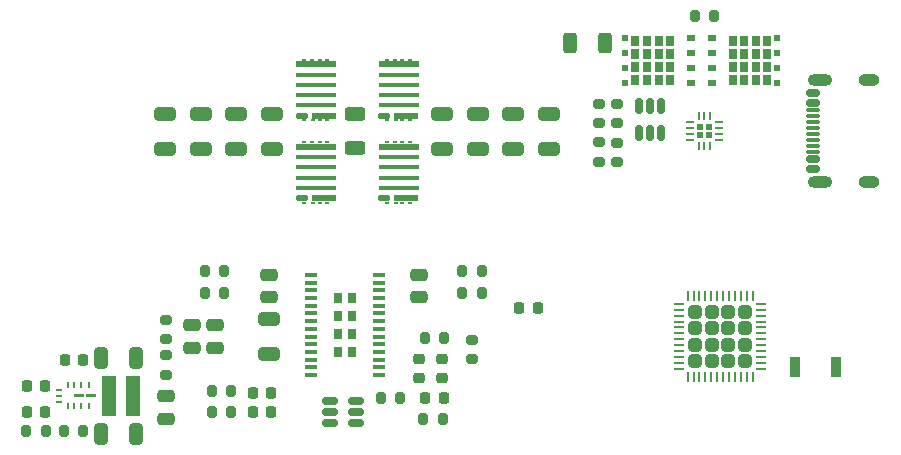
<source format=gbr>
%TF.GenerationSoftware,KiCad,Pcbnew,7.0.8*%
%TF.CreationDate,2024-04-29T11:53:12-04:00*%
%TF.ProjectId,PD Charger,50442043-6861-4726-9765-722e6b696361,rev?*%
%TF.SameCoordinates,Original*%
%TF.FileFunction,Paste,Top*%
%TF.FilePolarity,Positive*%
%FSLAX46Y46*%
G04 Gerber Fmt 4.6, Leading zero omitted, Abs format (unit mm)*
G04 Created by KiCad (PCBNEW 7.0.8) date 2024-04-29 11:53:12*
%MOMM*%
%LPD*%
G01*
G04 APERTURE LIST*
G04 Aperture macros list*
%AMRoundRect*
0 Rectangle with rounded corners*
0 $1 Rounding radius*
0 $2 $3 $4 $5 $6 $7 $8 $9 X,Y pos of 4 corners*
0 Add a 4 corners polygon primitive as box body*
4,1,4,$2,$3,$4,$5,$6,$7,$8,$9,$2,$3,0*
0 Add four circle primitives for the rounded corners*
1,1,$1+$1,$2,$3*
1,1,$1+$1,$4,$5*
1,1,$1+$1,$6,$7*
1,1,$1+$1,$8,$9*
0 Add four rect primitives between the rounded corners*
20,1,$1+$1,$2,$3,$4,$5,0*
20,1,$1+$1,$4,$5,$6,$7,0*
20,1,$1+$1,$6,$7,$8,$9,0*
20,1,$1+$1,$8,$9,$2,$3,0*%
G04 Aperture macros list end*
%ADD10R,0.900000X1.700000*%
%ADD11RoundRect,0.200000X-0.200000X-0.275000X0.200000X-0.275000X0.200000X0.275000X-0.200000X0.275000X0*%
%ADD12RoundRect,0.200000X0.200000X0.275000X-0.200000X0.275000X-0.200000X-0.275000X0.200000X-0.275000X0*%
%ADD13RoundRect,0.225000X-0.225000X-0.250000X0.225000X-0.250000X0.225000X0.250000X-0.225000X0.250000X0*%
%ADD14RoundRect,0.225000X0.225000X0.250000X-0.225000X0.250000X-0.225000X-0.250000X0.225000X-0.250000X0*%
%ADD15R,1.100000X0.400000*%
%ADD16R,0.720000X0.925500*%
%ADD17RoundRect,0.250000X0.475000X-0.250000X0.475000X0.250000X-0.475000X0.250000X-0.475000X-0.250000X0*%
%ADD18R,0.249999X0.599999*%
%ADD19R,0.599999X0.249999*%
%ADD20RoundRect,0.200000X0.275000X-0.200000X0.275000X0.200000X-0.275000X0.200000X-0.275000X-0.200000X0*%
%ADD21RoundRect,0.250000X-0.650000X0.325000X-0.650000X-0.325000X0.650000X-0.325000X0.650000X0.325000X0*%
%ADD22RoundRect,0.145000X-0.145000X0.145000X-0.145000X-0.145000X0.145000X-0.145000X0.145000X0.145000X0*%
%ADD23RoundRect,0.062500X-0.062500X0.275000X-0.062500X-0.275000X0.062500X-0.275000X0.062500X0.275000X0*%
%ADD24RoundRect,0.062500X-0.275000X0.062500X-0.275000X-0.062500X0.275000X-0.062500X0.275000X0.062500X0*%
%ADD25RoundRect,0.050000X1.650000X-0.135000X1.650000X0.135000X-1.650000X0.135000X-1.650000X-0.135000X0*%
%ADD26RoundRect,0.069853X1.630147X-0.167647X1.630147X0.167647X-1.630147X0.167647X-1.630147X-0.167647X0*%
%ADD27R,0.370000X0.290000*%
%ADD28RoundRect,0.050532X0.441968X-0.186968X0.441968X0.186968X-0.441968X0.186968X-0.441968X-0.186968X0*%
%ADD29RoundRect,0.050532X0.986968X-0.186968X0.986968X0.186968X-0.986968X0.186968X-0.986968X-0.186968X0*%
%ADD30RoundRect,0.250000X-0.625000X0.312500X-0.625000X-0.312500X0.625000X-0.312500X0.625000X0.312500X0*%
%ADD31RoundRect,0.200000X-0.275000X0.200000X-0.275000X-0.200000X0.275000X-0.200000X0.275000X0.200000X0*%
%ADD32RoundRect,0.250000X-0.315000X-0.315000X0.315000X-0.315000X0.315000X0.315000X-0.315000X0.315000X0*%
%ADD33RoundRect,0.062500X-0.375000X-0.062500X0.375000X-0.062500X0.375000X0.062500X-0.375000X0.062500X0*%
%ADD34RoundRect,0.062500X-0.062500X-0.375000X0.062500X-0.375000X0.062500X0.375000X-0.062500X0.375000X0*%
%ADD35RoundRect,0.150000X0.425000X-0.150000X0.425000X0.150000X-0.425000X0.150000X-0.425000X-0.150000X0*%
%ADD36RoundRect,0.075000X0.500000X-0.075000X0.500000X0.075000X-0.500000X0.075000X-0.500000X-0.075000X0*%
%ADD37O,2.100000X1.000000*%
%ADD38O,1.800000X1.000000*%
%ADD39RoundRect,0.225000X-0.250000X0.225000X-0.250000X-0.225000X0.250000X-0.225000X0.250000X0.225000X0*%
%ADD40RoundRect,0.150000X-0.150000X0.512500X-0.150000X-0.512500X0.150000X-0.512500X0.150000X0.512500X0*%
%ADD41RoundRect,0.250000X0.325000X0.650000X-0.325000X0.650000X-0.325000X-0.650000X0.325000X-0.650000X0*%
%ADD42RoundRect,0.250000X-0.475000X0.250000X-0.475000X-0.250000X0.475000X-0.250000X0.475000X0.250000X0*%
%ADD43R,0.780000X0.900000*%
%ADD44R,0.650000X0.500000*%
%ADD45R,0.550000X0.500000*%
%ADD46R,1.300000X3.400000*%
%ADD47RoundRect,0.150000X-0.512500X-0.150000X0.512500X-0.150000X0.512500X0.150000X-0.512500X0.150000X0*%
%ADD48RoundRect,0.250000X0.312500X0.625000X-0.312500X0.625000X-0.312500X-0.625000X0.312500X-0.625000X0*%
G04 APERTURE END LIST*
%TO.C,U2*%
G36*
X18835757Y-47275962D02*
G01*
X18845137Y-47278806D01*
X18853781Y-47283427D01*
X18861358Y-47289645D01*
X18867576Y-47297221D01*
X18872196Y-47305865D01*
X18875041Y-47315245D01*
X18876003Y-47325001D01*
X18876003Y-47474999D01*
X18875041Y-47484755D01*
X18872196Y-47494135D01*
X18867576Y-47502779D01*
X18861358Y-47510355D01*
X18853781Y-47516573D01*
X18845137Y-47521194D01*
X18835757Y-47524038D01*
X18826004Y-47524998D01*
X18114003Y-47524998D01*
X18104247Y-47524038D01*
X18094867Y-47521194D01*
X18086223Y-47516573D01*
X18078647Y-47510355D01*
X18072429Y-47502779D01*
X18067808Y-47494135D01*
X18064964Y-47484755D01*
X18064004Y-47474999D01*
X18064004Y-47325001D01*
X18064964Y-47315245D01*
X18067808Y-47305865D01*
X18072429Y-47297221D01*
X18078647Y-47289645D01*
X18086223Y-47283427D01*
X18094867Y-47278806D01*
X18104247Y-47275962D01*
X18114003Y-47275002D01*
X18826004Y-47275002D01*
X18835757Y-47275962D01*
G37*
G36*
X17820755Y-47275962D02*
G01*
X17830136Y-47278806D01*
X17838779Y-47283427D01*
X17846356Y-47289645D01*
X17852574Y-47297221D01*
X17857194Y-47305865D01*
X17860039Y-47315245D01*
X17860999Y-47325001D01*
X17860999Y-47474999D01*
X17860039Y-47484755D01*
X17857194Y-47494135D01*
X17852574Y-47502779D01*
X17846356Y-47510355D01*
X17838779Y-47516573D01*
X17830136Y-47521194D01*
X17820755Y-47524038D01*
X17810999Y-47524998D01*
X17098999Y-47524998D01*
X17089246Y-47524038D01*
X17079865Y-47521194D01*
X17071222Y-47516573D01*
X17063645Y-47510355D01*
X17057427Y-47502779D01*
X17052807Y-47494135D01*
X17049962Y-47484755D01*
X17048999Y-47474999D01*
X17048999Y-47325001D01*
X17049962Y-47315245D01*
X17052807Y-47305865D01*
X17057427Y-47297221D01*
X17063645Y-47289645D01*
X17071222Y-47283427D01*
X17079865Y-47278806D01*
X17089246Y-47275962D01*
X17098999Y-47275002D01*
X17810999Y-47275002D01*
X17820755Y-47275962D01*
G37*
%TD*%
D10*
%TO.C,SW1*%
X78100000Y-45000000D03*
X81500000Y-45000000D03*
%TD*%
D11*
%TO.C,R7*%
X28675000Y-47000000D03*
X30325000Y-47000000D03*
%TD*%
D12*
%TO.C,R21*%
X28675000Y-48800000D03*
X30325000Y-48800000D03*
%TD*%
D13*
%TO.C,C37*%
X54725000Y-40000000D03*
X56275000Y-40000000D03*
%TD*%
D14*
%TO.C,C32*%
X14575000Y-46600000D03*
X13025000Y-46600000D03*
%TD*%
D15*
%TO.C,U3*%
X37110000Y-37186250D03*
X37110000Y-37836250D03*
X37110000Y-38486250D03*
X37110000Y-39136250D03*
X37110000Y-39786250D03*
X37110000Y-40436250D03*
X37110000Y-41086250D03*
X37110000Y-41736250D03*
X37110000Y-42386250D03*
X37110000Y-43036250D03*
X37110000Y-43686250D03*
X37110000Y-44336250D03*
X37110000Y-44986250D03*
X37110000Y-45636250D03*
X42810000Y-45636250D03*
X42810000Y-44986250D03*
X42810000Y-44336250D03*
X42810000Y-43686250D03*
X42810000Y-43036250D03*
X42810000Y-42386250D03*
X42810000Y-41736250D03*
X42810000Y-41086250D03*
X42810000Y-40436250D03*
X42810000Y-39786250D03*
X42810000Y-39136250D03*
X42810000Y-38486250D03*
X42810000Y-37836250D03*
X42810000Y-37186250D03*
D16*
X39360000Y-39097500D03*
X39360000Y-40640000D03*
X39360000Y-42182500D03*
X39360000Y-43725000D03*
X40560000Y-39097500D03*
X40560000Y-40640000D03*
X40560000Y-42182500D03*
X40560000Y-43725000D03*
%TD*%
D17*
%TO.C,C4*%
X46275000Y-39050000D03*
X46275000Y-37150000D03*
%TD*%
D12*
%TO.C,R20*%
X14625000Y-50400000D03*
X12975000Y-50400000D03*
%TD*%
%TO.C,R1*%
X29765000Y-36830000D03*
X28115000Y-36830000D03*
%TD*%
D18*
%TO.C,U2*%
X18300000Y-46499999D03*
X17650001Y-46499999D03*
X17000000Y-46499999D03*
X16500001Y-46499999D03*
D19*
X15775001Y-46900001D03*
X15775001Y-47400000D03*
X15775001Y-47899999D03*
D18*
X16500001Y-48300001D03*
X17000000Y-48300001D03*
X17650001Y-48300001D03*
X18300000Y-48300001D03*
%TD*%
D20*
%TO.C,R11*%
X61500000Y-24325000D03*
X61500000Y-22675000D03*
%TD*%
D21*
%TO.C,C18*%
X57200000Y-23525000D03*
X57200000Y-26475000D03*
%TD*%
D22*
%TO.C,U1*%
X70765000Y-24640000D03*
X70045000Y-24640000D03*
X70765000Y-25360000D03*
X70045000Y-25360000D03*
D23*
X70905000Y-23737500D03*
X70405000Y-23737500D03*
X69905000Y-23737500D03*
D24*
X69142500Y-24250000D03*
X69142500Y-24750000D03*
X69142500Y-25250000D03*
X69142500Y-25750000D03*
D23*
X69905000Y-26262500D03*
X70405000Y-26262500D03*
X70905000Y-26262500D03*
D24*
X71667500Y-25750000D03*
X71667500Y-25250000D03*
X71667500Y-24750000D03*
X71667500Y-24250000D03*
%TD*%
D21*
%TO.C,C21*%
X48200000Y-23525000D03*
X48200000Y-26475000D03*
%TD*%
D11*
%TO.C,R3*%
X49895000Y-36830000D03*
X51545000Y-36830000D03*
%TD*%
D21*
%TO.C,C14*%
X33750000Y-23525000D03*
X33750000Y-26475000D03*
%TD*%
%TO.C,C16*%
X27750000Y-23525000D03*
X27750000Y-26475000D03*
%TD*%
D25*
%TO.C,Q1*%
X37500000Y-29775000D03*
X37500000Y-28075000D03*
D26*
X37500000Y-26325000D03*
D27*
X36525000Y-25945000D03*
X37175000Y-25945000D03*
X37825000Y-25945000D03*
X38475000Y-25945000D03*
X36525000Y-31055000D03*
D28*
X36293000Y-30675000D03*
D27*
X37275000Y-31055000D03*
X37825000Y-31055000D03*
X38475000Y-31055000D03*
D29*
X38163000Y-30675000D03*
D25*
X37500000Y-28925000D03*
X37500000Y-27225000D03*
%TD*%
D12*
%TO.C,R13*%
X71230000Y-15240000D03*
X69580000Y-15240000D03*
%TD*%
D14*
%TO.C,C6*%
X33715000Y-47190000D03*
X32165000Y-47190000D03*
%TD*%
D30*
%TO.C,R5*%
X40800000Y-23537500D03*
X40800000Y-26462500D03*
%TD*%
D12*
%TO.C,R2*%
X29765000Y-38735000D03*
X28115000Y-38735000D03*
%TD*%
D31*
%TO.C,R14*%
X63000000Y-22675000D03*
X63000000Y-24325000D03*
%TD*%
D12*
%TO.C,R19*%
X17825000Y-50400000D03*
X16175000Y-50400000D03*
%TD*%
D32*
%TO.C,U4*%
X69625000Y-40270000D03*
X69625000Y-41670000D03*
X69625000Y-43070000D03*
X69625000Y-44470000D03*
X71025000Y-40270000D03*
X71025000Y-41670000D03*
X71025000Y-43070000D03*
X71025000Y-44470000D03*
X72425000Y-40270000D03*
X72425000Y-41670000D03*
X72425000Y-43070000D03*
X72425000Y-44470000D03*
X73825000Y-40270000D03*
X73825000Y-41670000D03*
X73825000Y-43070000D03*
X73825000Y-44470000D03*
D33*
X68287500Y-39620000D03*
X68287500Y-40120000D03*
X68287500Y-40620000D03*
X68287500Y-41120000D03*
X68287500Y-41620000D03*
X68287500Y-42120000D03*
X68287500Y-42620000D03*
X68287500Y-43120000D03*
X68287500Y-43620000D03*
X68287500Y-44120000D03*
X68287500Y-44620000D03*
X68287500Y-45120000D03*
D34*
X68975000Y-45807500D03*
X69475000Y-45807500D03*
X69975000Y-45807500D03*
X70475000Y-45807500D03*
X70975000Y-45807500D03*
X71475000Y-45807500D03*
X71975000Y-45807500D03*
X72475000Y-45807500D03*
X72975000Y-45807500D03*
X73475000Y-45807500D03*
X73975000Y-45807500D03*
X74475000Y-45807500D03*
D33*
X75162500Y-45120000D03*
X75162500Y-44620000D03*
X75162500Y-44120000D03*
X75162500Y-43620000D03*
X75162500Y-43120000D03*
X75162500Y-42620000D03*
X75162500Y-42120000D03*
X75162500Y-41620000D03*
X75162500Y-41120000D03*
X75162500Y-40620000D03*
X75162500Y-40120000D03*
X75162500Y-39620000D03*
D34*
X74475000Y-38932500D03*
X73975000Y-38932500D03*
X73475000Y-38932500D03*
X72975000Y-38932500D03*
X72475000Y-38932500D03*
X71975000Y-38932500D03*
X71475000Y-38932500D03*
X70975000Y-38932500D03*
X70475000Y-38932500D03*
X69975000Y-38932500D03*
X69475000Y-38932500D03*
X68975000Y-38932500D03*
%TD*%
D13*
%TO.C,C7*%
X46770000Y-47625000D03*
X48320000Y-47625000D03*
%TD*%
D35*
%TO.C,J1*%
X79570000Y-28200000D03*
X79570000Y-27400000D03*
D36*
X79570000Y-26250000D03*
X79570000Y-25250000D03*
X79570000Y-24750000D03*
X79570000Y-23750000D03*
D35*
X79570000Y-22600000D03*
X79570000Y-21800000D03*
X79570000Y-21800000D03*
X79570000Y-22600000D03*
D36*
X79570000Y-23250000D03*
X79570000Y-24250000D03*
X79570000Y-25750000D03*
X79570000Y-26750000D03*
D35*
X79570000Y-27400000D03*
X79570000Y-28200000D03*
D37*
X80145000Y-29320000D03*
D38*
X84325000Y-29320000D03*
D37*
X80145000Y-20680000D03*
D38*
X84325000Y-20680000D03*
%TD*%
D21*
%TO.C,C20*%
X51200000Y-23525000D03*
X51200000Y-26475000D03*
%TD*%
D39*
%TO.C,C8*%
X48180000Y-44310000D03*
X48180000Y-45860000D03*
%TD*%
D14*
%TO.C,C34*%
X14575000Y-48800000D03*
X13025000Y-48800000D03*
%TD*%
D31*
%TO.C,R17*%
X24800000Y-40975000D03*
X24800000Y-42625000D03*
%TD*%
D11*
%TO.C,R15*%
X46575000Y-49400000D03*
X48225000Y-49400000D03*
%TD*%
D40*
%TO.C,Q8*%
X66750000Y-22862500D03*
X65800000Y-22862500D03*
X64850000Y-22862500D03*
X64850000Y-25137500D03*
X65800000Y-25137500D03*
X66750000Y-25137500D03*
%TD*%
D25*
%TO.C,Q2*%
X37500000Y-22775000D03*
X37500000Y-21075000D03*
D26*
X37500000Y-19325000D03*
D27*
X36525000Y-18945000D03*
X37175000Y-18945000D03*
X37825000Y-18945000D03*
X38475000Y-18945000D03*
X36525000Y-24055000D03*
D28*
X36293000Y-23675000D03*
D27*
X37275000Y-24055000D03*
X37825000Y-24055000D03*
X38475000Y-24055000D03*
D29*
X38163000Y-23675000D03*
D25*
X37500000Y-21925000D03*
X37500000Y-20225000D03*
%TD*%
D31*
%TO.C,R16*%
X63000000Y-25975000D03*
X63000000Y-27625000D03*
%TD*%
D11*
%TO.C,R4*%
X51545000Y-38735000D03*
X49895000Y-38735000D03*
%TD*%
D21*
%TO.C,C19*%
X54200000Y-23525000D03*
X54200000Y-26475000D03*
%TD*%
D25*
%TO.C,Q3*%
X44500000Y-29775000D03*
X44500000Y-28075000D03*
D26*
X44500000Y-26325000D03*
D27*
X43525000Y-25945000D03*
X44175000Y-25945000D03*
X44825000Y-25945000D03*
X45475000Y-25945000D03*
X43525000Y-31055000D03*
D28*
X43293000Y-30675000D03*
D27*
X44275000Y-31055000D03*
X44825000Y-31055000D03*
X45475000Y-31055000D03*
D29*
X45163000Y-30675000D03*
D25*
X44500000Y-28925000D03*
X44500000Y-27225000D03*
%TD*%
D17*
%TO.C,C35*%
X26990000Y-43350000D03*
X26990000Y-41450000D03*
%TD*%
D14*
%TO.C,C10*%
X33715000Y-48800000D03*
X32165000Y-48800000D03*
%TD*%
D20*
%TO.C,R12*%
X61500000Y-27575000D03*
X61500000Y-25925000D03*
%TD*%
D21*
%TO.C,C5*%
X33575000Y-40925000D03*
X33575000Y-43875000D03*
%TD*%
D41*
%TO.C,C27*%
X22275000Y-44200000D03*
X19325000Y-44200000D03*
%TD*%
D42*
%TO.C,C3*%
X33575000Y-37150000D03*
X33575000Y-39050000D03*
%TD*%
D11*
%TO.C,R10*%
X42975000Y-47600000D03*
X44625000Y-47600000D03*
%TD*%
D39*
%TO.C,C9*%
X46275000Y-44310000D03*
X46275000Y-45860000D03*
%TD*%
D13*
%TO.C,C33*%
X16225000Y-44400000D03*
X17775000Y-44400000D03*
%TD*%
D17*
%TO.C,C36*%
X29000000Y-43350000D03*
X29000000Y-41450000D03*
%TD*%
D43*
%TO.C,Q6*%
X72785000Y-17350000D03*
X72785000Y-18450000D03*
X72785000Y-19550000D03*
X72785000Y-20650000D03*
X73765000Y-17350000D03*
X73765000Y-18450000D03*
X73765000Y-19550000D03*
X73765000Y-20650000D03*
X74745000Y-17350000D03*
X74745000Y-18450000D03*
X74745000Y-19550000D03*
X74745000Y-20650000D03*
X75725000Y-17350000D03*
X75725000Y-18450000D03*
X75725000Y-19550000D03*
X75725000Y-20650000D03*
D44*
X71035000Y-17095000D03*
X71035000Y-18365000D03*
X71035000Y-19635000D03*
X71035000Y-20905000D03*
D45*
X76585000Y-17095000D03*
X76585000Y-18365000D03*
X76585000Y-19635000D03*
X76585000Y-20905000D03*
%TD*%
D41*
%TO.C,C28*%
X22275000Y-50600000D03*
X19325000Y-50600000D03*
%TD*%
D25*
%TO.C,Q4*%
X44500000Y-22775000D03*
X44500000Y-21075000D03*
D26*
X44500000Y-19325000D03*
D27*
X43525000Y-18945000D03*
X44175000Y-18945000D03*
X44825000Y-18945000D03*
X45475000Y-18945000D03*
X43525000Y-24055000D03*
D28*
X43293000Y-23675000D03*
D27*
X44275000Y-24055000D03*
X44825000Y-24055000D03*
X45475000Y-24055000D03*
D29*
X45163000Y-23675000D03*
D25*
X44500000Y-21925000D03*
X44500000Y-20225000D03*
%TD*%
D43*
%TO.C,Q5*%
X67500000Y-20650000D03*
X67500000Y-19550000D03*
X67500000Y-18450000D03*
X67500000Y-17350000D03*
X66520000Y-20650000D03*
X66520000Y-19550000D03*
X66520000Y-18450000D03*
X66520000Y-17350000D03*
X65540000Y-20650000D03*
X65540000Y-19550000D03*
X65540000Y-18450000D03*
X65540000Y-17350000D03*
X64560000Y-20650000D03*
X64560000Y-19550000D03*
X64560000Y-18450000D03*
X64560000Y-17350000D03*
D44*
X69250000Y-20905000D03*
X69250000Y-19635000D03*
X69250000Y-18365000D03*
X69250000Y-17095000D03*
D45*
X63700000Y-20905000D03*
X63700000Y-19635000D03*
X63700000Y-18365000D03*
X63700000Y-17095000D03*
%TD*%
D46*
%TO.C,L2*%
X19950000Y-47400000D03*
X22050000Y-47400000D03*
%TD*%
D47*
%TO.C,Q7*%
X38662500Y-47850000D03*
X38662500Y-48800000D03*
X38662500Y-49750000D03*
X40937500Y-49750000D03*
X40937500Y-48800000D03*
X40937500Y-47850000D03*
%TD*%
D17*
%TO.C,C29*%
X24800000Y-49350000D03*
X24800000Y-47450000D03*
%TD*%
D31*
%TO.C,R18*%
X24800000Y-43975000D03*
X24800000Y-45625000D03*
%TD*%
D21*
%TO.C,C17*%
X24750000Y-23525000D03*
X24750000Y-26475000D03*
%TD*%
D31*
%TO.C,R8*%
X50720000Y-44325000D03*
X50720000Y-42675000D03*
%TD*%
D11*
%TO.C,R9*%
X46720000Y-42545000D03*
X48370000Y-42545000D03*
%TD*%
D21*
%TO.C,C15*%
X30750000Y-23525000D03*
X30750000Y-26475000D03*
%TD*%
D48*
%TO.C,R6*%
X61962500Y-17500000D03*
X59037500Y-17500000D03*
%TD*%
M02*

</source>
